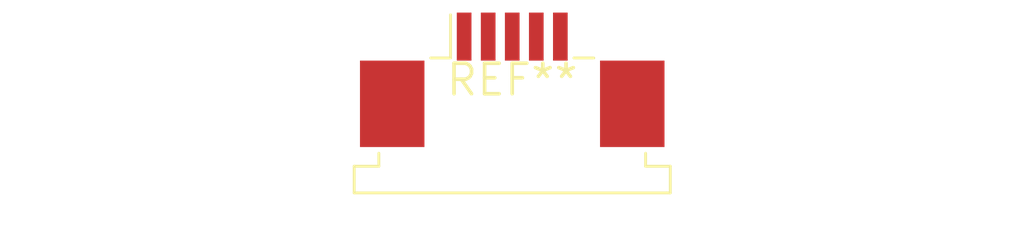
<source format=kicad_pcb>
(kicad_pcb (version 20240108) (generator pcbnew)
  (layers (0 "F.Cu" signal) (31 "B.Cu" signal) (34 "B.Paste" user) (35 "F.Paste" user) (36 "B.SilkS" user "B.Silkscreen") (37 "F.SilkS" user "F.Silkscreen") (38 "B.Mask" user) (39 "F.Mask" user) (44 "Edge.Cuts" user))
  (net 0 "")
  (footprint "TE_84952-5_1x05-1MP_P1.0mm_Horizontal" (layer "F.Cu") (at 0 0)
    (property "Reference" "REF**")
    (property "Value" "TE_84952-5_1x05-1MP_P1.0mm_Horizontal")
    (fp_line (start -6.57 3.6) (end -5.545 3.6) (layer "F.SilkS") (stroke (width 0.12)))
    (fp_line (start -6.57 4.71) (end -6.57 3.6) (layer "F.SilkS") (stroke (width 0.12)))
    (fp_line (start -5.545 3.6) (end -5.545 3.06) (layer "F.SilkS") (stroke (width 0.12)))
    (fp_line (start -3.39 -0.91) (end -2.565 -0.91) (layer "F.SilkS") (stroke (width 0.12)))
    (fp_line (start -2.565 -0.91) (end -2.565 -2.71) (layer "F.SilkS") (stroke (width 0.12)))
    (fp_line (start 2.565 -0.91) (end 3.39 -0.91) (layer "F.SilkS") (stroke (width 0.12)))
    (fp_line (start 5.545 3.06) (end 5.545 3.6) (layer "F.SilkS") (stroke (width 0.12)))
    (fp_line (start 5.545 3.6) (end 6.57 3.6) (layer "F.SilkS") (stroke (width 0.12)))
    (fp_line (start 6.57 3.6) (end 6.57 4.71) (layer "F.SilkS") (stroke (width 0.12)))
    (fp_line (start 6.57 4.71) (end -6.57 4.71) (layer "F.SilkS") (stroke (width 0.12)))
    (pad "1" smd rect (at -2 -1.8) (size 0.61 2) (layers "F.Cu" "F.Paste" "F.Mask"))
    (pad "2" smd rect (at -1 -1.8) (size 0.61 2) (layers "F.Cu" "F.Paste" "F.Mask"))
    (pad "3" smd rect (at 0 -1.8) (size 0.61 2) (layers "F.Cu" "F.Paste" "F.Mask"))
    (pad "4" smd rect (at 1 -1.8) (size 0.61 2) (layers "F.Cu" "F.Paste" "F.Mask"))
    (pad "5" smd rect (at 2 -1.8) (size 0.61 2) (layers "F.Cu" "F.Paste" "F.Mask"))
    (pad "MP" smd rect (at -4.99 1) (size 2.68 3.6) (layers "F.Cu" "F.Paste" "F.Mask"))
    (pad "MP" smd rect (at 4.99 1) (size 2.68 3.6) (layers "F.Cu" "F.Paste" "F.Mask"))
  )
)
</source>
